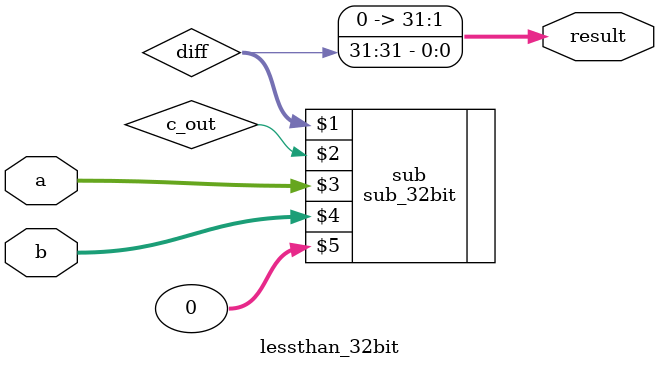
<source format=v>
module lessthan_32bit(output [31:0] result, input [31:0] a, input [31:0] b);

	wire [31:0] diff;

	//If substract result have overflow (c_out is 1) this mean is result is negative
	sub_32bit sub(diff, c_out, a, b, 0);
	
	//then reverse result thus we obtain 0 or 1 in result[0]
	or or1(result[0], 1'b0, diff[31]);
	and and2(result[1], 1'b0, 1'b0);
	and and3(result[2], 1'b0, 1'b0);
	and and4(result[3], 1'b0, 1'b0);
	and and5(result[4], 1'b0, 1'b0);
	and and6(result[5], 1'b0, 1'b0);
	and and7(result[6], 1'b0, 1'b0);
	and and8(result[7], 1'b0, 1'b0);
	and and9(result[8], 1'b0, 1'b0);
	and and10(result[9], 1'b0, 1'b0);
	and and11(result[10], 1'b0, 1'b0);
	and and12(result[11], 1'b0, 1'b0);
	and and13(result[12], 1'b0, 1'b0);
	and and14(result[13], 1'b0, 1'b0);
	and and15(result[14], 1'b0, 1'b0);
	and and16(result[15], 1'b0, 1'b0);
	and and17(result[16], 1'b0, 1'b0);
	and and18(result[17], 1'b0, 1'b0);
	and and19(result[18], 1'b0, 1'b0);
	and and20(result[19], 1'b0, 1'b0);
	and and21(result[20], 1'b0, 1'b0);
	and and22(result[21], 1'b0, 1'b0);
	and and23(result[22], 1'b0, 1'b0);
	and and24(result[23], 1'b0, 1'b0);
	and and25(result[24], 1'b0, 1'b0);
	and and26(result[25], 1'b0, 1'b0);
	and and27(result[26], 1'b0, 1'b0);
	and and28(result[27], 1'b0, 1'b0);
	and and29(result[28], 1'b0, 1'b0);
	and and30(result[29], 1'b0, 1'b0);
	and and31(result[30], 1'b0, 1'b0);
	and and32(result[31], 1'b0, 1'b0);
	
	
endmodule
</source>
